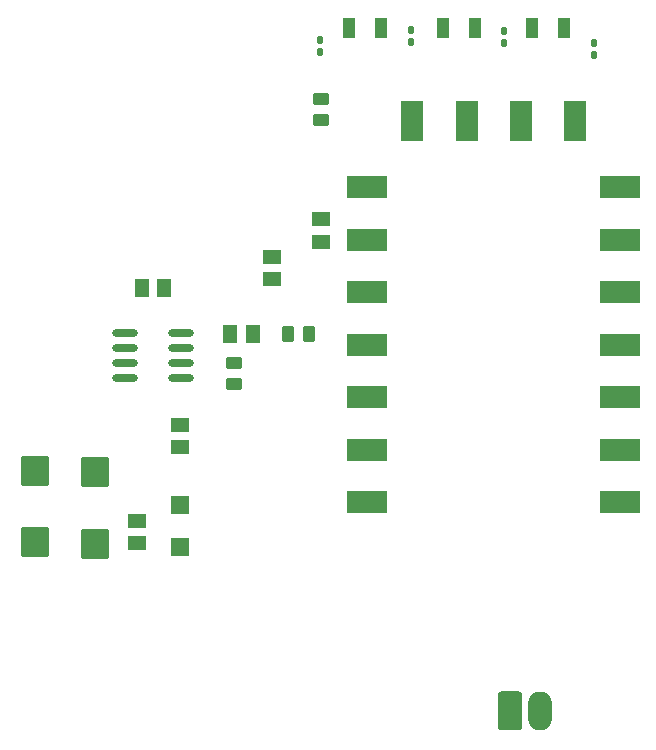
<source format=gtp>
G04 Layer_Color=8421504*
%FSLAX25Y25*%
%MOIN*%
G70*
G01*
G75*
%ADD10R,0.05906X0.05118*%
%ADD11R,0.05118X0.05906*%
%ADD12R,0.05906X0.05906*%
G04:AMPARAMS|DCode=13|XSize=19.69mil|YSize=23.62mil|CornerRadius=1.97mil|HoleSize=0mil|Usage=FLASHONLY|Rotation=0.000|XOffset=0mil|YOffset=0mil|HoleType=Round|Shape=RoundedRectangle|*
%AMROUNDEDRECTD13*
21,1,0.01969,0.01969,0,0,0.0*
21,1,0.01575,0.02362,0,0,0.0*
1,1,0.00394,0.00787,-0.00984*
1,1,0.00394,-0.00787,-0.00984*
1,1,0.00394,-0.00787,0.00984*
1,1,0.00394,0.00787,0.00984*
%
%ADD13ROUNDEDRECTD13*%
G04:AMPARAMS|DCode=14|XSize=55.12mil|YSize=39.37mil|CornerRadius=4.92mil|HoleSize=0mil|Usage=FLASHONLY|Rotation=180.000|XOffset=0mil|YOffset=0mil|HoleType=Round|Shape=RoundedRectangle|*
%AMROUNDEDRECTD14*
21,1,0.05512,0.02953,0,0,180.0*
21,1,0.04528,0.03937,0,0,180.0*
1,1,0.00984,-0.02264,0.01476*
1,1,0.00984,0.02264,0.01476*
1,1,0.00984,0.02264,-0.01476*
1,1,0.00984,-0.02264,-0.01476*
%
%ADD14ROUNDEDRECTD14*%
G04:AMPARAMS|DCode=15|XSize=96.46mil|YSize=100.39mil|CornerRadius=9.65mil|HoleSize=0mil|Usage=FLASHONLY|Rotation=180.000|XOffset=0mil|YOffset=0mil|HoleType=Round|Shape=RoundedRectangle|*
%AMROUNDEDRECTD15*
21,1,0.09646,0.08110,0,0,180.0*
21,1,0.07717,0.10039,0,0,180.0*
1,1,0.01929,-0.03858,0.04055*
1,1,0.01929,0.03858,0.04055*
1,1,0.01929,0.03858,-0.04055*
1,1,0.01929,-0.03858,-0.04055*
%
%ADD15ROUNDEDRECTD15*%
%ADD17R,0.13780X0.07480*%
%ADD18R,0.07480X0.13780*%
%ADD19O,0.08661X0.02362*%
%ADD20R,0.04331X0.07087*%
%ADD21O,0.08000X0.13000*%
G04:AMPARAMS|DCode=22|XSize=130mil|YSize=80mil|CornerRadius=10mil|HoleSize=0mil|Usage=FLASHONLY|Rotation=90.000|XOffset=0mil|YOffset=0mil|HoleType=Round|Shape=RoundedRectangle|*
%AMROUNDEDRECTD22*
21,1,0.13000,0.06000,0,0,90.0*
21,1,0.11000,0.08000,0,0,90.0*
1,1,0.02000,0.03000,0.05500*
1,1,0.02000,0.03000,-0.05500*
1,1,0.02000,-0.03000,-0.05500*
1,1,0.02000,-0.03000,0.05500*
%
%ADD22ROUNDEDRECTD22*%
G04:AMPARAMS|DCode=23|XSize=55.12mil|YSize=39.37mil|CornerRadius=4.92mil|HoleSize=0mil|Usage=FLASHONLY|Rotation=270.000|XOffset=0mil|YOffset=0mil|HoleType=Round|Shape=RoundedRectangle|*
%AMROUNDEDRECTD23*
21,1,0.05512,0.02953,0,0,270.0*
21,1,0.04528,0.03937,0,0,270.0*
1,1,0.00984,-0.01476,-0.02264*
1,1,0.00984,-0.01476,0.02264*
1,1,0.00984,0.01476,0.02264*
1,1,0.00984,0.01476,-0.02264*
%
%ADD23ROUNDEDRECTD23*%
D10*
X1308500Y992260D02*
D03*
Y999740D02*
D03*
X1355500Y1060760D02*
D03*
Y1068240D02*
D03*
X1339000Y1055740D02*
D03*
Y1048260D02*
D03*
X1294000Y967740D02*
D03*
Y960260D02*
D03*
D11*
X1325260Y1030000D02*
D03*
X1332740D02*
D03*
X1295760Y1045500D02*
D03*
X1303240D02*
D03*
D12*
X1308500Y959110D02*
D03*
Y972890D02*
D03*
D13*
X1446500Y1123032D02*
D03*
Y1126968D02*
D03*
X1416500Y1127032D02*
D03*
Y1130968D02*
D03*
X1355000Y1124032D02*
D03*
Y1127969D02*
D03*
X1385500Y1127532D02*
D03*
Y1131468D02*
D03*
D14*
X1355500Y1108543D02*
D03*
Y1101457D02*
D03*
X1326500Y1020543D02*
D03*
Y1013457D02*
D03*
D15*
X1260000Y984409D02*
D03*
Y960591D02*
D03*
X1280000Y983909D02*
D03*
Y960091D02*
D03*
D17*
X1455201Y1079008D02*
D03*
X1455201Y1061488D02*
D03*
Y1043968D02*
D03*
Y1026449D02*
D03*
Y1008929D02*
D03*
Y991409D02*
D03*
Y973890D02*
D03*
X1370949D02*
D03*
Y991409D02*
D03*
Y1008929D02*
D03*
Y1026449D02*
D03*
Y1043968D02*
D03*
Y1061488D02*
D03*
X1370949Y1079008D02*
D03*
D18*
X1385913Y1101153D02*
D03*
X1404020D02*
D03*
X1422134D02*
D03*
X1440244D02*
D03*
D19*
X1290051Y1030500D02*
D03*
Y1025500D02*
D03*
Y1020500D02*
D03*
Y1015500D02*
D03*
X1308949Y1030500D02*
D03*
Y1025500D02*
D03*
Y1020500D02*
D03*
Y1015500D02*
D03*
D20*
X1375315Y1132000D02*
D03*
X1364685D02*
D03*
X1436315D02*
D03*
X1425685D02*
D03*
X1406815D02*
D03*
X1396185D02*
D03*
D21*
X1428500Y904500D02*
D03*
D22*
X1418500D02*
D03*
D23*
X1344457Y1030000D02*
D03*
X1351543D02*
D03*
M02*

</source>
